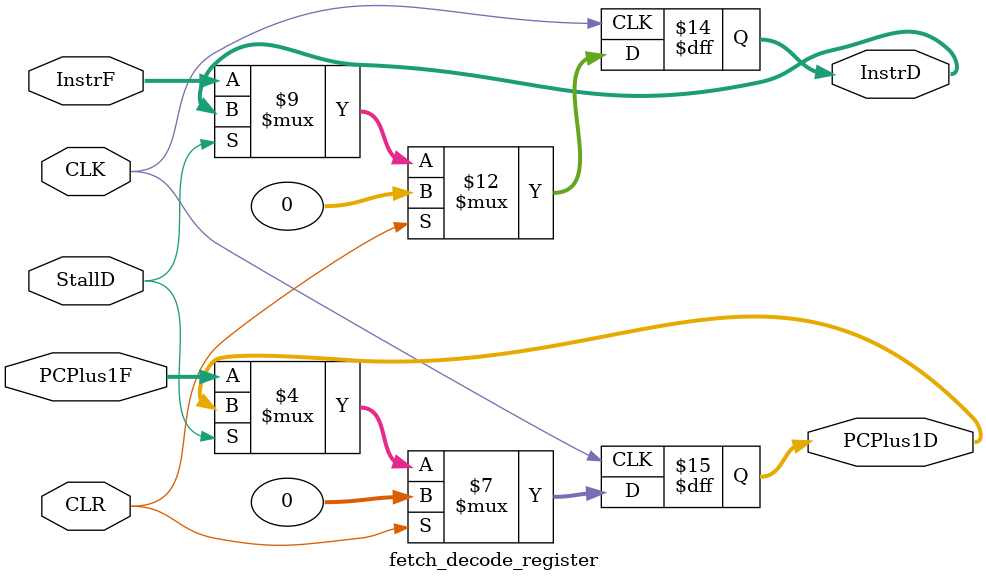
<source format=v>
`timescale 1ns / 1ps

module fetch_decode_register # (parameter WL = 32)
(
    input CLK,
    input CLR,
    input StallD,
    input [WL - 1 : 0] InstrF,
    input [WL - 1 : 0] PCPlus1F,
    output reg [WL - 1 : 0] InstrD,
    output reg [WL - 1 : 0] PCPlus1D
);
    initial begin InstrD <= 0; PCPlus1D <= 0; end
    
    always @ (posedge CLK)
    begin
        if(CLR)
        begin
            InstrD <= 0;
            PCPlus1D <= 0;
        end
        else
        begin
            if(!StallD)
            begin
                InstrD <= InstrF;
                PCPlus1D <= PCPlus1F;
            end
        end
    end
    
endmodule

</source>
